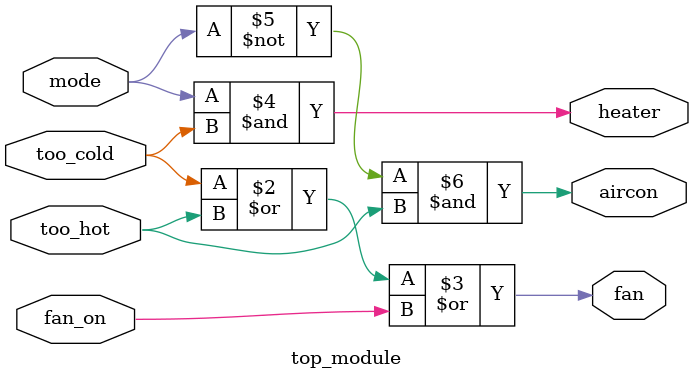
<source format=sv>
module top_module(
    input mode,
    input too_cold,
    input too_hot,
    input fan_on,
    output reg heater,
    output reg aircon,
    output reg fan
);

always @(*) begin
    // Set the fan output
    fan = (too_cold | too_hot | fan_on);

    // Set the heater output
    heater = (mode & too_cold);

    // Set the aircon output
    aircon = (~mode & too_hot);
end

endmodule

</source>
